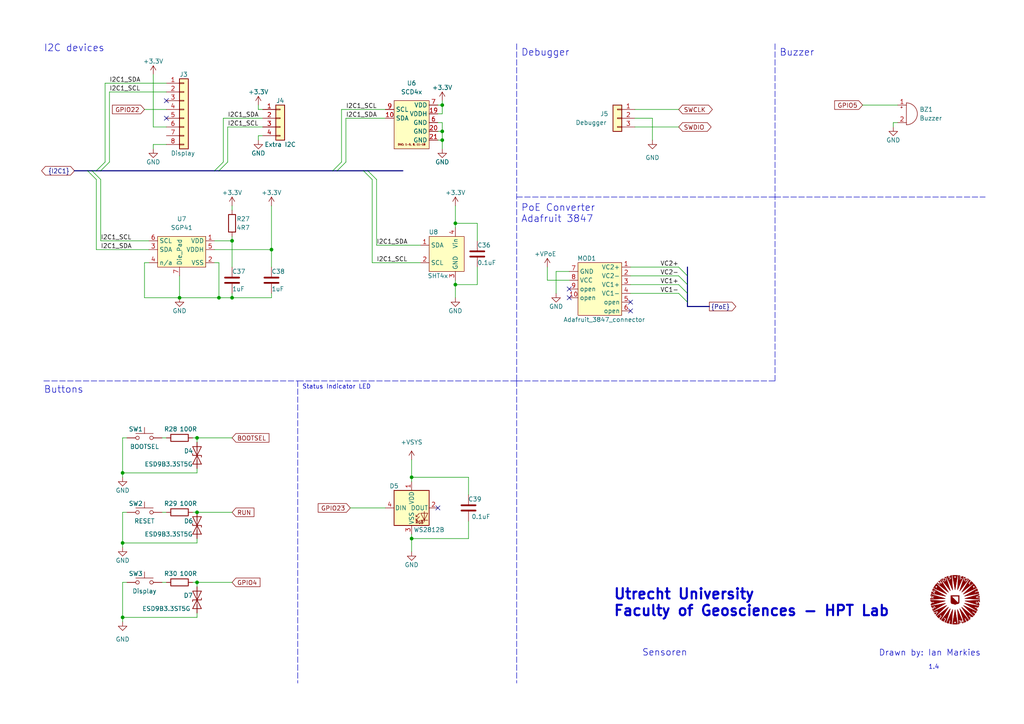
<source format=kicad_sch>
(kicad_sch (version 20211123) (generator eeschema)
  (paper "A4")
  (lib_symbols
    (symbol "Connector_Generic:Conn_01x03" (pin_names (offset 1.016) hide)
      (property "Reference" "J" (at 0 5.08 0))
      (property "Value" "Conn_01x03" (at 0 -5.08 0))
      (symbol "Conn_01x03_1_1"
        (pin passive line (at -5.08 2.54 0) (length 3.81) (name "Pin_1") (number "1"))
        (pin passive line (at -5.08 0 0) (length 3.81) (name "Pin_2") (number "2"))
        (pin passive line (at -5.08 -2.54 0) (length 3.81) (name "Pin_3") (number "3"))
      )
    )
    (symbol "Connector_Generic:Conn_01x04" (pin_names (offset 1.016) hide)
      (property "Reference" "J" (at 0 5.08 0))
      (property "Value" "Conn_01x04" (at 0 -7.62 0))
      (symbol "Conn_01x04_1_1"
        (pin passive line (at -5.08 2.54 0) (length 3.81) (name "Pin_1") (number "1"))
        (pin passive line (at -5.08 0 0) (length 3.81) (name "Pin_2") (number "2"))
        (pin passive line (at -5.08 -2.54 0) (length 3.81) (name "Pin_3") (number "3"))
        (pin passive line (at -5.08 -5.08 0) (length 3.81) (name "Pin_4") (number "4"))
      )
    )
    (symbol "Connector_Generic:Conn_01x08" (pin_names (offset 1.016) hide)
      (property "Reference" "J" (at 0 10.16 0))
      (property "Value" "Conn_01x08" (at 0 -12.7 0))
      (symbol "Conn_01x08_1_1"
        (pin passive line (at -5.08 7.62 0) (length 3.81) (name "Pin_1") (number "1"))
        (pin passive line (at -5.08 5.08 0) (length 3.81) (name "Pin_2") (number "2"))
        (pin passive line (at -5.08 2.54 0) (length 3.81) (name "Pin_3") (number "3"))
        (pin passive line (at -5.08 0 0) (length 3.81) (name "Pin_4") (number "4"))
        (pin passive line (at -5.08 -2.54 0) (length 3.81) (name "Pin_5") (number "5"))
        (pin passive line (at -5.08 -5.08 0) (length 3.81) (name "Pin_6") (number "6"))
        (pin passive line (at -5.08 -7.62 0) (length 3.81) (name "Pin_7") (number "7"))
        (pin passive line (at -5.08 -10.16 0) (length 3.81) (name "Pin_8") (number "8"))
      )
    )
    (symbol "Device:Buzzer" (pin_names (offset 0.0254) hide)
      (property "Reference" "BZ" (at 3.81 1.27 0))
      (property "Value" "Buzzer" (at 3.81 -1.27 0))
      (symbol "Buzzer_1_1"
        (pin passive line (at -2.54 2.54 0) (length 2.54) (name "-") (number "1"))
        (pin passive line (at -2.54 -2.54 0) (length 2.54) (name "+") (number "2"))
      )
    )
    (symbol "Device:C" (pin_numbers hide) (pin_names (offset 0.254))
      (property "Reference" "C" (at 0.635 2.54 0))
      (property "Value" "C" (at 0.635 -2.54 0))
      (symbol "C_1_1"
        (pin passive line (at 0 3.81 270) (length 2.794) (name "~") (number "1"))
        (pin passive line (at 0 -3.81 90) (length 2.794) (name "~") (number "2"))
      )
    )
    (symbol "Device:R" (pin_numbers hide) (pin_names (offset 0))
      (property "Reference" "R" (at 2.032 0 90))
      (property "Value" "R" (at 0 0 90))
      (symbol "R_1_1"
        (pin passive line (at 0 3.81 270) (length 1.27) (name "~") (number "1"))
        (pin passive line (at 0 -3.81 90) (length 1.27) (name "~") (number "2"))
      )
    )
    (symbol "Diode:ESD9B3.3ST5G" (pin_numbers hide) (pin_names (offset 1.016) hide)
      (property "Reference" "D" (at 0 2.54 0))
      (property "Value" "ESD9B3.3ST5G" (at 0 -2.54 0))
      (symbol "ESD9B3.3ST5G_1_1"
        (pin passive line (at -3.81 0 0) (length 2.54) (name "A1") (number "1"))
        (pin passive line (at 3.81 0 180) (length 2.54) (name "A2") (number "2"))
      )
    )
    (symbol "HPT:+VPoE" (power) (in_bom no) (on_board no)
      (property "Value" "+VPoE" (at 0 5.08 0))
      (symbol "+VPoE_1_1"
        (pin power_in line (at 0 0 90) (length 0) hide (name "+VPoE") (number ""))
      )
    )
    (symbol "HPT:+Vsys" (power) (in_bom no) (on_board no)
      (property "Value" "+Vsys" (at 0 3.81 0))
      (symbol "+Vsys_1_1"
        (pin power_in line (at 0 0 90) (length 0) hide (name "+VSYS") (number ""))
      )
    )
    (symbol "HPT:Adafruit_3847_connector"
      (property "Reference" "J" (at -5.08 7.62 0))
      (property "Value" "Adafruit_3847_connector" (at -1.27 -10.16 0))
      (symbol "Adafruit_3847_connector_1_1"
        (pin bidirectional line (at 8.89 5.08 180) (length 2.54) (name "VC2+") (number "1"))
        (pin passive line (at -8.89 -3.81 0) (length 2.54) (name "open") (number "10"))
        (pin bidirectional line (at 8.89 2.54 180) (length 2.54) (name "VC2-") (number "2"))
        (pin bidirectional line (at 8.89 0 180) (length 2.54) (name "VC1+") (number "3"))
        (pin bidirectional line (at 8.89 -2.54 180) (length 2.54) (name "VC1-") (number "4"))
        (pin passive line (at 8.89 -5.08 180) (length 2.54) (name "open") (number "5"))
        (pin passive line (at 8.89 -7.62 180) (length 2.54) (name "open") (number "6"))
        (pin power_out line (at -8.89 3.81 0) (length 2.54) (name "GND") (number "7"))
        (pin power_in line (at -8.89 1.27 0) (length 2.54) (name "VCC") (number "8"))
        (pin passive line (at -8.89 -1.27 0) (length 2.54) (name "open") (number "9"))
      )
    )
    (symbol "HPT:LOGO" (pin_names (offset 1.016)))
    (symbol "HPT:SCD4x"
      (property "Reference" "U" (at -3.81 6.35 0))
      (property "Value" "SCD4x" (at 2.54 -10.16 0))
      (symbol "SCD4x_0_0"
        (text "DNC: 1-5, 8, 11-18" (at 0 -7.62 0) (effects (font (size 0.5 0.5))))
      )
      (symbol "SCD4x_1_1"
        (pin no_connect line (at -7.62 -6.35 0) (length 2.54) hide (name "DNC") (number "1"))
        (pin power_in line (at -7.62 0 0) (length 2.54) (name "SDA") (number "10"))
        (pin no_connect line (at -7.62 -6.35 0) (length 2.54) hide (name "DNC") (number "11"))
        (pin no_connect line (at -7.62 -6.35 0) (length 2.54) hide (name "DNC") (number "12"))
        (pin no_connect line (at -7.62 -6.35 0) (length 2.54) hide (name "DNC") (number "13"))
        (pin no_connect line (at -7.62 -6.35 0) (length 2.54) hide (name "DNC") (number "14"))
        (pin no_connect line (at -7.62 -6.35 0) (length 2.54) hide (name "DNC") (number "15"))
        (pin no_connect line (at -7.62 -6.35 0) (length 2.54) hide (name "DNC") (number "16"))
        (pin no_connect line (at -7.62 -6.35 0) (length 2.54) hide (name "DNC") (number "17"))
        (pin no_connect line (at -7.62 -6.35 0) (length 2.54) hide (name "DNC") (number "18"))
        (pin power_in line (at 7.62 1.27 180) (length 2.54) (name "VDDH") (number "19"))
        (pin no_connect line (at -7.62 -6.35 0) (length 2.54) hide (name "DNC") (number "2"))
        (pin power_in line (at 7.62 -3.81 180) (length 2.54) (name "GND") (number "20"))
        (pin power_in line (at 7.62 -6.35 180) (length 2.54) (name "GND") (number "21"))
        (pin no_connect line (at -7.62 -6.35 0) (length 2.54) hide (name "DNC") (number "3"))
        (pin no_connect line (at -7.62 -6.35 0) (length 2.54) hide (name "DNC") (number "4"))
        (pin no_connect line (at -7.62 -6.35 0) (length 2.54) hide (name "DNC") (number "5"))
        (pin power_in line (at 7.62 -1.27 180) (length 2.54) (name "GND") (number "6"))
        (pin power_in line (at 7.62 3.81 180) (length 2.54) (name "VDD") (number "7"))
        (pin no_connect line (at -7.62 -6.35 0) (length 2.54) hide (name "DNC") (number "8"))
        (pin power_in line (at -7.62 2.54 0) (length 2.54) (name "SCL") (number "9"))
      )
    )
    (symbol "HPT:SGP41"
      (property "Reference" "U" (at -5.08 3.81 0))
      (property "Value" "SGP41" (at 5.08 -7.62 0))
      (symbol "SGP41_1_1"
        (pin power_in line (at 10.16 1.27 180) (length 2.54) (name "VDD") (number "1"))
        (pin power_in line (at 10.16 -5.08 180) (length 2.54) (name "VSS") (number "2"))
        (pin bidirectional line (at -8.89 -1.27 0) (length 2.54) (name "SDA") (number "3"))
        (pin passive line (at -8.89 -5.08 0) (length 2.54) (name "n/a") (number "4"))
        (pin power_in line (at 10.16 -1.27 180) (length 2.54) (name "VDDH") (number "5"))
        (pin bidirectional line (at -8.89 1.27 0) (length 2.54) (name "SCL") (number "6"))
        (pin power_in line (at 0 -8.89 90) (length 2.54) (name "Die_Pad") (number "7"))
      )
    )
    (symbol "HPT:SHT4x"
      (property "Reference" "U" (at 5.08 -6.35 0))
      (property "Value" "SHT4x" (at -2.54 6.35 0))
      (symbol "SHT4x_1_1"
        (pin bidirectional line (at -7.62 2.54 0) (length 2.54) (name "SDA") (number "1"))
        (pin bidirectional line (at -7.62 -2.54 0) (length 2.54) (name "SCL") (number "2"))
        (pin power_in line (at 2.54 -7.62 90) (length 2.54) (name "GND") (number "3"))
        (pin power_in line (at 2.54 7.62 270) (length 2.54) (name "Vin") (number "4"))
      )
    )
    (symbol "LED:WS2812B" (pin_names (offset 0.254))
      (property "Reference" "D" (at 5.08 5.715 0))
      (property "Value" "WS2812B" (at 1.27 -5.715 0))
      (symbol "WS2812B_0_0"
        (text "RGB" (at 2.286 -4.191 0) (effects (font (size 0.762 0.762))))
      )
      (symbol "WS2812B_1_1"
        (pin power_in line (at 0 7.62 270) (length 2.54) (name "VDD") (number "1"))
        (pin output line (at 7.62 0 180) (length 2.54) (name "DOUT") (number "2"))
        (pin power_in line (at 0 -7.62 90) (length 2.54) (name "VSS") (number "3"))
        (pin input line (at -7.62 0 0) (length 2.54) (name "DIN") (number "4"))
      )
    )
    (symbol "Switch:SW_Push" (pin_numbers hide) (pin_names (offset 1.016) hide)
      (property "Reference" "SW" (at 1.27 2.54 0))
      (property "Value" "SW_Push" (at 0 -1.524 0))
      (symbol "SW_Push_0_1"
        (pin passive line (at -5.08 0 0) (length 2.54) (name "1") (number "1"))
        (pin passive line (at 5.08 0 180) (length 2.54) (name "2") (number "2"))
      )
    )
    (symbol "power:+3.3V" (power) (pin_names (offset 0))
      (property "Value" "+3.3V" (at 0 3.556 0))
      (symbol "+3.3V_1_1"
        (pin power_in line (at 0 0 90) (length 0) hide (name "+3.3V") (number "1"))
      )
    )
    (symbol "power:GND" (power) (pin_names (offset 0))
      (property "Value" "GND" (at 0 -3.81 0))
      (symbol "GND_1_1"
        (pin power_in line (at 0 0 270) (length 0) hide (name "GND") (number "1"))
      )
    )
  )
  (bus_alias "PoE" (members "VC1+" "VC1-" "VC2+" "VC2-"))
  (junction (at 35.56 179.07))
  (junction (at 67.31 69.85))
  (junction (at 119.38 138.43))
  (junction (at 132.08 64.77))
  (junction (at 128.27 40.64))
  (junction (at 57.15 148.59))
  (junction (at 128.27 30.48))
  (junction (at 35.56 157.48))
  (junction (at 132.08 82.55))
  (junction (at 78.74 72.39))
  (junction (at 67.31 86.36))
  (junction (at 57.15 127))
  (junction (at 128.27 38.1))
  (junction (at 57.15 168.91))
  (junction (at 52.07 86.36))
  (junction (at 63.5 86.36))
  (junction (at 35.56 137.16))
  (junction (at 119.38 156.21))
  (no_connect (at 127 147.32))
  (no_connect (at 165.1 86.36))
  (no_connect (at 182.88 87.63))
  (no_connect (at 48.26 29.21))
  (no_connect (at 48.26 34.29))
  (no_connect (at 182.88 90.17))
  (no_connect (at 165.1 83.82))
  (bus_entry (at 196.85 85.09) (size 2.54 2.54))
  (bus_entry (at 63.5 49.53) (size 2.54 -2.54))
  (bus_entry (at 62.23 49.53) (size 2.54 -2.54))
  (bus_entry (at 26.67 49.53) (size 2.54 2.54))
  (bus_entry (at 25.4 49.53) (size 2.54 2.54))
  (bus_entry (at 106.68 49.53) (size 2.54 2.54))
  (bus_entry (at 105.41 49.53) (size 2.54 2.54))
  (bus_entry (at 29.21 49.53) (size 2.54 -2.54))
  (bus_entry (at 27.94 49.53) (size 2.54 -2.54))
  (bus_entry (at 199.39 80.01) (size -2.54 -2.54))
  (bus_entry (at 199.39 82.55) (size -2.54 -2.54))
  (bus_entry (at 199.39 85.09) (size -2.54 -2.54))
  (bus_entry (at 96.52 49.53) (size 2.54 -2.54))
  (bus_entry (at 97.79 49.53) (size 2.54 -2.54))
  (bus (pts (xy 199.39 88.9) (xy 205.74 88.9)))
  (bus (pts (xy 29.21 49.53) (xy 62.23 49.53)))
  (wire (pts (xy 76.2 39.37) (xy 74.93 39.37)))
  (wire (pts (xy 107.95 52.07) (xy 107.95 76.2)))
  (wire (pts (xy 63.5 76.2) (xy 63.5 86.36)))
  (wire (pts (xy 74.93 30.48) (xy 74.93 31.75)))
  (wire (pts (xy 107.95 76.2) (xy 121.92 76.2)))
  (wire (pts (xy 48.26 148.59) (xy 46.99 148.59)))
  (bus (pts (xy 105.41 49.53) (xy 106.68 49.53)))
  (wire (pts (xy 27.94 52.07) (xy 27.94 72.39)))
  (wire (pts (xy 36.83 148.59) (xy 35.56 148.59)))
  (wire (pts (xy 100.33 34.29) (xy 111.76 34.29)))
  (wire (pts (xy 41.91 31.75) (xy 48.26 31.75)))
  (bus (pts (xy 21.59 49.53) (xy 25.4 49.53)))
  (wire (pts (xy 35.56 168.91) (xy 35.56 179.07)))
  (wire (pts (xy 184.15 36.83) (xy 196.85 36.83)))
  (bus (pts (xy 26.67 49.53) (xy 27.94 49.53)))
  (bus (pts (xy 199.39 82.55) (xy 199.39 85.09)))
  (wire (pts (xy 63.5 86.36) (xy 67.31 86.36)))
  (wire (pts (xy 127 38.1) (xy 128.27 38.1)))
  (wire (pts (xy 27.94 72.39) (xy 43.18 72.39)))
  (wire (pts (xy 67.31 148.59) (xy 57.15 148.59)))
  (wire (pts (xy 128.27 40.64) (xy 128.27 43.18)))
  (wire (pts (xy 62.23 69.85) (xy 67.31 69.85)))
  (bus (pts (xy 97.79 49.53) (xy 105.41 49.53)))
  (wire (pts (xy 36.83 127) (xy 35.56 127)))
  (wire (pts (xy 128.27 38.1) (xy 128.27 40.64)))
  (wire (pts (xy 119.38 160.02) (xy 119.38 156.21)))
  (wire (pts (xy 138.43 64.77) (xy 138.43 69.85)))
  (wire (pts (xy 48.26 36.83) (xy 44.45 36.83)))
  (wire (pts (xy 259.08 35.56) (xy 259.08 36.83)))
  (wire (pts (xy 119.38 138.43) (xy 135.89 138.43)))
  (wire (pts (xy 128.27 29.21) (xy 128.27 30.48)))
  (wire (pts (xy 35.56 137.16) (xy 35.56 138.43)))
  (wire (pts (xy 158.75 77.47) (xy 158.75 81.28)))
  (bus (pts (xy 106.68 49.53) (xy 116.84 49.53)))
  (wire (pts (xy 132.08 59.69) (xy 132.08 64.77)))
  (bus (pts (xy 97.79 49.53) (xy 96.52 49.53)))
  (bus (pts (xy 25.4 49.53) (xy 26.67 49.53)))
  (polyline (pts (xy 86.36 110.49) (xy 149.86 110.49)))
  (wire (pts (xy 35.56 157.48) (xy 35.56 158.75)))
  (wire (pts (xy 66.04 46.99) (xy 66.04 36.83)))
  (wire (pts (xy 132.08 86.36) (xy 132.08 82.55)))
  (wire (pts (xy 250.19 30.48) (xy 260.35 30.48)))
  (bus (pts (xy 199.39 77.47) (xy 199.39 80.01)))
  (polyline (pts (xy 224.79 57.15) (xy 285.75 57.15)))
  (wire (pts (xy 62.23 72.39) (xy 78.74 72.39)))
  (polyline (pts (xy 149.86 57.15) (xy 224.79 57.15)))
  (wire (pts (xy 182.88 77.47) (xy 196.85 77.47)))
  (wire (pts (xy 101.6 147.32) (xy 111.76 147.32)))
  (wire (pts (xy 29.21 69.85) (xy 29.21 52.07)))
  (wire (pts (xy 35.56 127) (xy 35.56 137.16)))
  (bus (pts (xy 199.39 87.63) (xy 199.39 88.9)))
  (wire (pts (xy 52.07 86.36) (xy 63.5 86.36)))
  (wire (pts (xy 57.15 168.91) (xy 55.88 168.91)))
  (polyline (pts (xy 224.79 110.49) (xy 224.79 57.15)))
  (wire (pts (xy 55.88 148.59) (xy 57.15 148.59)))
  (bus (pts (xy 199.39 80.01) (xy 199.39 82.55)))
  (wire (pts (xy 138.43 82.55) (xy 132.08 82.55)))
  (wire (pts (xy 119.38 156.21) (xy 119.38 154.94)))
  (wire (pts (xy 30.48 24.13) (xy 30.48 46.99)))
  (polyline (pts (xy 12.7 110.49) (xy 86.36 110.49)))
  (wire (pts (xy 46.99 127) (xy 48.26 127)))
  (wire (pts (xy 111.76 31.75) (xy 99.06 31.75)))
  (wire (pts (xy 41.91 76.2) (xy 43.18 76.2)))
  (wire (pts (xy 74.93 39.37) (xy 74.93 40.64)))
  (wire (pts (xy 135.89 151.13) (xy 135.89 156.21)))
  (bus (pts (xy 199.39 85.09) (xy 199.39 87.63)))
  (wire (pts (xy 109.22 71.12) (xy 121.92 71.12)))
  (wire (pts (xy 66.04 36.83) (xy 76.2 36.83)))
  (wire (pts (xy 184.15 31.75) (xy 196.85 31.75)))
  (wire (pts (xy 127 33.02) (xy 128.27 33.02)))
  (wire (pts (xy 52.07 80.01) (xy 52.07 86.36)))
  (wire (pts (xy 119.38 138.43) (xy 119.38 133.35)))
  (wire (pts (xy 161.29 78.74) (xy 161.29 85.09)))
  (wire (pts (xy 57.15 179.07) (xy 35.56 179.07)))
  (wire (pts (xy 67.31 59.69) (xy 67.31 60.96)))
  (wire (pts (xy 57.15 179.07) (xy 57.15 177.8)))
  (wire (pts (xy 36.83 168.91) (xy 35.56 168.91)))
  (wire (pts (xy 44.45 41.91) (xy 44.45 43.18)))
  (wire (pts (xy 132.08 64.77) (xy 138.43 64.77)))
  (wire (pts (xy 189.23 34.29) (xy 189.23 40.64)))
  (wire (pts (xy 31.75 26.67) (xy 48.26 26.67)))
  (wire (pts (xy 57.15 170.18) (xy 57.15 168.91)))
  (wire (pts (xy 67.31 86.36) (xy 67.31 85.09)))
  (bus (pts (xy 63.5 49.53) (xy 96.52 49.53)))
  (wire (pts (xy 127 30.48) (xy 128.27 30.48)))
  (wire (pts (xy 135.89 156.21) (xy 119.38 156.21)))
  (wire (pts (xy 78.74 59.69) (xy 78.74 72.39)))
  (wire (pts (xy 109.22 52.07) (xy 109.22 71.12)))
  (wire (pts (xy 57.15 137.16) (xy 35.56 137.16)))
  (wire (pts (xy 55.88 127) (xy 57.15 127)))
  (wire (pts (xy 41.91 76.2) (xy 41.91 86.36)))
  (wire (pts (xy 62.23 76.2) (xy 63.5 76.2)))
  (wire (pts (xy 138.43 77.47) (xy 138.43 82.55)))
  (bus (pts (xy 27.94 49.53) (xy 29.21 49.53)))
  (wire (pts (xy 119.38 138.43) (xy 119.38 139.7)))
  (wire (pts (xy 127 40.64) (xy 128.27 40.64)))
  (wire (pts (xy 64.77 34.29) (xy 76.2 34.29)))
  (polyline (pts (xy 224.79 12.7) (xy 224.79 57.15)))
  (wire (pts (xy 260.35 35.56) (xy 259.08 35.56)))
  (wire (pts (xy 48.26 41.91) (xy 44.45 41.91)))
  (wire (pts (xy 127 35.56) (xy 128.27 35.56)))
  (wire (pts (xy 57.15 156.21) (xy 57.15 157.48)))
  (wire (pts (xy 67.31 69.85) (xy 67.31 68.58)))
  (wire (pts (xy 135.89 138.43) (xy 135.89 143.51)))
  (wire (pts (xy 100.33 46.99) (xy 100.33 34.29)))
  (wire (pts (xy 35.56 148.59) (xy 35.56 157.48)))
  (wire (pts (xy 165.1 81.28) (xy 158.75 81.28)))
  (bus (pts (xy 62.23 49.53) (xy 63.5 49.53)))
  (wire (pts (xy 182.88 85.09) (xy 196.85 85.09)))
  (wire (pts (xy 182.88 80.01) (xy 196.85 80.01)))
  (wire (pts (xy 30.48 24.13) (xy 48.26 24.13)))
  (wire (pts (xy 132.08 64.77) (xy 132.08 66.04)))
  (wire (pts (xy 67.31 86.36) (xy 78.74 86.36)))
  (wire (pts (xy 57.15 137.16) (xy 57.15 135.89)))
  (wire (pts (xy 182.88 82.55) (xy 196.85 82.55)))
  (wire (pts (xy 31.75 46.99) (xy 31.75 26.67)))
  (wire (pts (xy 67.31 168.91) (xy 57.15 168.91)))
  (wire (pts (xy 128.27 30.48) (xy 128.27 33.02)))
  (wire (pts (xy 67.31 127) (xy 57.15 127)))
  (wire (pts (xy 29.21 69.85) (xy 43.18 69.85)))
  (polyline (pts (xy 149.86 110.49) (xy 149.86 198.12)))
  (wire (pts (xy 184.15 34.29) (xy 189.23 34.29)))
  (wire (pts (xy 44.45 36.83) (xy 44.45 21.59)))
  (wire (pts (xy 99.06 31.75) (xy 99.06 46.99)))
  (wire (pts (xy 78.74 72.39) (xy 78.74 77.47)))
  (wire (pts (xy 57.15 128.27) (xy 57.15 127)))
  (wire (pts (xy 41.91 86.36) (xy 52.07 86.36)))
  (wire (pts (xy 128.27 35.56) (xy 128.27 38.1)))
  (polyline (pts (xy 149.86 110.49) (xy 224.79 110.49)))
  (wire (pts (xy 48.26 168.91) (xy 46.99 168.91)))
  (polyline (pts (xy 86.36 110.49) (xy 86.36 198.12)))
  (wire (pts (xy 132.08 82.55) (xy 132.08 81.28)))
  (wire (pts (xy 35.56 179.07) (xy 35.56 180.34)))
  (wire (pts (xy 74.93 31.75) (xy 76.2 31.75)))
  (wire (pts (xy 78.74 85.09) (xy 78.74 86.36)))
  (wire (pts (xy 165.1 78.74) (xy 161.29 78.74)))
  (polyline (pts (xy 149.86 12.7) (xy 149.86 110.49)))
  (wire (pts (xy 57.15 157.48) (xy 35.56 157.48)))
  (wire (pts (xy 64.77 46.99) (xy 64.77 34.29)))
  (wire (pts (xy 67.31 69.85) (xy 67.31 77.47)))
  (text "PoE Converter\nAdafruit 3847\n" (at 151.13 64.77 0) (effects (font (size 2 2)) (justify left bottom)))
  (text "Drawn by: Ian Markies" (at 284.48 190.5 180) (effects (font (size 1.75 1.75)) (justify right bottom)))
  (text "Status Indicator LED" (at 87.63 113.03 0) (effects (font (size 1.27 1.27)) (justify left bottom)))
  (text "Utrecht University\nFaculty of Geosciences - HPT Lab" (at 177.8 179.07 0) (effects (font (size 3 3) (thickness 0.6) bold) (justify left bottom)))
  (text "1.4\n" (at 269.24 194.31 0) (effects (font (size 1.27 1.27)) (justify left bottom)))
  (text "I2C devices\n" (at 12.7 15.24 0) (effects (font (size 2 2)) (justify left bottom)))
  (text "Buzzer" (at 226.06 16.51 0) (effects (font (size 2 2)) (justify left bottom)))
  (text "Buttons" (at 12.7 114.3 0) (effects (font (size 2 2)) (justify left bottom)))
  (text "Debugger" (at 151.13 16.51 0) (effects (font (size 2 2)) (justify left bottom)))
  (text "Sensoren" (at 199.39 190.5 180) (effects (font (size 1.905 1.905)) (justify right bottom)))
  (label "I2C1_SDA" (at 100.33 34.29 0))
  (label "I2C1_SCL" (at 31.75 26.67 0))
  (label "I2C1_SDA" (at 31.75 24.13 0))
  (label "I2C1_SDA" (at 66.04 34.29 0))
  (label "VC1-" (at 196.85 85.09 180))
  (label "VC2+" (at 196.85 77.47 180))
  (label "I2C1_SCL" (at 100.33 31.75 0))
  (label "VC1+" (at 196.85 82.55 180))
  (label "I2C1_SCL" (at 109.22 76.2 0))
  (label "I2C1_SCL" (at 66.04 36.83 0))
  (label "I2C1_SDA" (at 109.22 71.12 0))
  (label "VC2-" (at 196.85 80.01 180))
  (label "I2C1_SCL" (at 29.21 69.85 0))
  (label "I2C1_SDA" (at 29.21 72.39 0))
  (global_label "BOOTSEL" (shape input) (at 67.31 127 0) (property "Intersheet References" "${INTERSHEET_REFS}" (effects hide)))
  (global_label "GPIO5" (shape input) (at 250.19 30.48 180) (property "Intersheet References" "${INTERSHEET_REFS}" (effects hide)))
  (global_label "{I2C1}" (shape bidirectional) (at 21.59 49.53 180) (property "Intersheet References" "${INTERSHEET_REFS}" (effects hide)))
  (global_label "{PoE}" (shape output) (at 205.74 88.9 0) (property "Intersheet References" "${INTERSHEET_REFS}" (effects hide)))
  (global_label "SWDIO" (shape bidirectional) (at 196.85 36.83 0) (property "Intersheet References" "${INTERSHEET_REFS}" (effects hide)))
  (global_label "SWCLK" (shape bidirectional) (at 196.85 31.75 0) (property "Intersheet References" "${INTERSHEET_REFS}" (effects hide)))
  (global_label "GPIO23" (shape input) (at 101.6 147.32 180) (property "Intersheet References" "${INTERSHEET_REFS}" (effects hide)))
  (global_label "GPIO22" (shape input) (at 41.91 31.75 180) (property "Intersheet References" "${INTERSHEET_REFS}" (effects hide)))
  (global_label "RUN" (shape input) (at 67.31 148.59 0) (property "Intersheet References" "${INTERSHEET_REFS}" (effects hide)))
  (global_label "GPIO4" (shape input) (at 67.31 168.91 0) (property "Intersheet References" "${INTERSHEET_REFS}" (effects hide)))
  (symbol (lib_id "power:GND") (at 44.45 43.18 0) (mirror y) (unit 1)
    (property "Reference" "#PWR046" (effects hide))
    (property "Value" "GND" (at 44.45 46.99 0))
  )
  (symbol (lib_id "power:+3.3V") (at 78.74 59.69 0) (unit 1)
    (property "Reference" "#PWR049" (effects hide))
    (property "Value" "+3.3V" (at 78.74 55.88 0))
  )
  (symbol (lib_id "HPT:Adafruit_3847_connector") (at 173.99 82.55 0) (unit 1)
    (property "Reference" "MOD1" (at 170.18 74.93 0))
    (property "Value" "Adafruit_3847_connector" (at 175.26 92.71 0))
    (property "Footprint" "HPT:Adafruit 3847 connector" (effects hide))
  )
  (symbol (lib_id "Connector_Generic:Conn_01x04") (at 81.28 34.29 0) (unit 1)
    (property "Reference" "J4" (at 81.28 29.21 0))
    (property "Value" "Extra I2C" (at 81.28 41.91 0))
    (property "Footprint" "Connector_Molex:Molex_KK-396_A-41791-0004_1x04_P3.96mm_Vertical" (effects hide))
  )
  (symbol (lib_id "Connector_Generic:Conn_01x03") (at 179.07 34.29 0) (mirror y) (unit 1)
    (property "Reference" "J5" (at 175.26 33.02 0))
    (property "Value" "Debugger" (at 171.45 35.56 0))
    (property "Footprint" "Connector_PinHeader_2.54mm:PinHeader_1x03_P2.54mm_Vertical" (effects hide))
  )
  (symbol (lib_id "Diode:ESD9B3.3ST5G") (at 57.15 132.08 90) (unit 1)
    (property "Reference" "D4" (at 53.34 130.81 90) (effects (justify right)))
    (property "Value" "ESD9B3.3ST5G" (at 41.91 134.62 90) (effects (justify right)))
    (property "Footprint" "Diode_SMD:D_SOD-923" (effects hide))
    (property "Datasheet" "https://www.onsemi.com/pub/Collateral/ESD9B-D.PDF" (effects hide))
  )
  (symbol (lib_id "power:+3.3V") (at 67.31 59.69 0) (unit 1)
    (property "Reference" "#PWR048" (effects hide))
    (property "Value" "+3.3V" (at 67.31 55.88 0))
  )
  (symbol (lib_id "Device:C") (at 135.89 147.32 0) (mirror y) (unit 1)
    (property "Reference" "C39" (at 139.7 144.78 0) (effects (justify left)))
    (property "Value" "0.1uF" (at 142.24 149.86 0) (effects (justify left)))
    (property "Footprint" "Capacitor_SMD:C_0402_1005Metric" (effects hide))
  )
  (symbol (lib_id "power:+3.3V") (at 74.93 30.48 0) (mirror y) (unit 1)
    (property "Reference" "#PWR042" (effects hide))
    (property "Value" "+3.3V" (at 74.93 26.67 0))
  )
  (symbol (lib_id "power:GND") (at 132.08 86.36 0) (unit 1)
    (property "Reference" "#PWR053" (effects hide))
    (property "Value" "GND" (at 132.08 90.17 0))
  )
  (symbol (lib_id "power:GND") (at 161.29 85.09 0) (mirror y) (unit 1)
    (property "Reference" "#PWR051" (effects hide))
    (property "Value" "GND" (at 161.29 88.9 0))
  )
  (symbol (lib_id "power:GND") (at 119.38 160.02 0) (unit 1)
    (property "Reference" "#PWR056" (effects hide))
    (property "Value" "GND" (at 119.38 163.83 0))
  )
  (symbol (lib_id "Switch:SW_Push") (at 41.91 127 0) (unit 1)
    (property "Reference" "SW1" (at 39.37 124.46 0))
    (property "Value" "BOOTSEL" (at 41.91 129.54 0))
    (property "Footprint" "HPT:Switch" (effects hide))
  )
  (symbol (lib_id "HPT:SCD4x") (at 119.38 34.29 0) (unit 1)
    (property "Reference" "U6" (at 119.38 24.13 0))
    (property "Value" "SCD4x" (at 119.38 26.67 0))
    (property "Footprint" "HPT:SDC4x" (effects hide))
  )
  (symbol (lib_id "Device:R") (at 52.07 168.91 90) (unit 1)
    (property "Reference" "R30" (at 49.53 166.37 90))
    (property "Value" "100R" (at 54.61 166.37 90))
    (property "Footprint" "Resistor_SMD:R_0402_1005Metric" (effects hide))
  )
  (symbol (lib_id "Device:R") (at 52.07 127 270) (mirror x) (unit 1)
    (property "Reference" "R28" (at 49.53 124.46 90))
    (property "Value" "100R" (at 54.61 124.46 90))
    (property "Footprint" "Resistor_SMD:R_0402_1005Metric" (effects hide))
  )
  (symbol (lib_id "Switch:SW_Push") (at 41.91 148.59 0) (unit 1)
    (property "Reference" "SW2" (at 39.37 146.05 0))
    (property "Value" "RESET" (at 41.91 151.13 0))
    (property "Footprint" "HPT:Switch" (effects hide))
  )
  (symbol (lib_id "LED:WS2812B") (at 119.38 147.32 0) (unit 1)
    (property "Reference" "D5" (at 114.3 140.97 0))
    (property "Value" "WS2812B" (at 124.46 153.67 0))
    (property "Footprint" "LED_SMD:LED_WS2812B_PLCC4_5.0x5.0mm_P3.2mm" (effects hide))
    (property "Datasheet" "https://cdn-shop.adafruit.com/datasheets/WS2812B.pdf" (effects hide))
  )
  (symbol (lib_id "HPT:LOGO") (at 276.86 173.99 0) (unit 1)
    (property "Reference" "#G4" (effects hide))
    (property "Value" "LOGO" (effects hide))
  )
  (symbol (lib_id "Diode:ESD9B3.3ST5G") (at 57.15 173.99 270) (mirror x) (unit 1)
    (property "Reference" "D7" (at 54.61 172.72 90))
    (property "Value" "ESD9B3.3ST5G" (at 48.26 176.53 90))
    (property "Footprint" "Diode_SMD:D_SOD-923" (effects hide))
    (property "Datasheet" "https://www.onsemi.com/pub/Collateral/ESD9B-D.PDF" (effects hide))
  )
  (symbol (lib_id "HPT:SHT4x") (at 129.54 73.66 0) (unit 1)
    (property "Reference" "U8" (at 125.73 67.31 0))
    (property "Value" "SHT4x" (at 127 80.01 0))
    (property "Footprint" "HPT:SHT4x" (effects hide))
  )
  (symbol (lib_id "power:+3.3V") (at 132.08 59.69 0) (unit 1)
    (property "Reference" "#PWR050" (effects hide))
    (property "Value" "+3.3V" (at 132.08 55.88 0))
  )
  (symbol (lib_id "power:GND") (at 35.56 138.43 0) (unit 1)
    (property "Reference" "#PWR054" (effects hide))
    (property "Value" "GND" (at 35.56 142.24 0))
  )
  (symbol (lib_id "power:GND") (at 35.56 180.34 0) (mirror y) (unit 1)
    (property "Reference" "#PWR057" (effects hide))
    (property "Value" "GND" (at 35.56 185.42 0))
  )
  (symbol (lib_id "power:+3.3V") (at 44.45 21.59 0) (mirror y) (unit 1)
    (property "Reference" "#PWR040" (effects hide))
    (property "Value" "+3.3V" (at 44.45 17.78 0))
  )
  (symbol (lib_id "power:GND") (at 128.27 43.18 0) (unit 1)
    (property "Reference" "#PWR047" (effects hide))
    (property "Value" "GND" (at 128.27 46.99 0))
  )
  (symbol (lib_id "Switch:SW_Push") (at 41.91 168.91 0) (mirror y) (unit 1)
    (property "Reference" "SW3" (at 39.37 166.37 0))
    (property "Value" "Display" (at 41.91 171.45 0))
    (property "Footprint" "Button_Switch_SMD:SW_Push_1P1T_NO_6x6mm_H9.5mm" (effects hide))
  )
  (symbol (lib_id "Connector_Generic:Conn_01x08") (at 53.34 31.75 0) (unit 1)
    (property "Reference" "J3" (at 52.07 21.59 0) (effects (justify left)))
    (property "Value" "Display" (at 49.53 44.45 0) (effects (justify left)))
    (property "Footprint" "Connector_PinHeader_2.54mm:PinHeader_1x08_P2.54mm_Vertical" (effects hide))
  )
  (symbol (lib_id "Device:Buzzer") (at 262.89 33.02 0) (unit 1)
    (property "Reference" "BZ1" (at 266.7 31.7499 0) (effects (justify left)))
    (property "Value" "Buzzer" (at 266.7 34.2899 0) (effects (justify left)))
    (property "Footprint" "Buzzer_Beeper:Buzzer_TDK_PS1240P02BT_D12.2mm_H6.5mm" (effects hide))
  )
  (symbol (lib_id "Device:R") (at 67.31 64.77 0) (unit 1)
    (property "Reference" "R27" (at 68.58 63.5 0) (effects (justify left)))
    (property "Value" "4R7" (at 68.58 66.04 0) (effects (justify left)))
    (property "Footprint" "Resistor_SMD:R_0402_1005Metric" (effects hide))
  )
  (symbol (lib_id "Device:R") (at 52.07 148.59 270) (mirror x) (unit 1)
    (property "Reference" "R29" (at 49.53 146.05 90))
    (property "Value" "100R" (at 54.61 146.05 90))
    (property "Footprint" "Resistor_SMD:R_0402_1005Metric" (effects hide))
  )
  (symbol (lib_id "HPT:+VPoE") (at 158.75 77.47 0) (unit 1) (in_bom no) (on_board no)
    (property "Reference" "#U09" (effects hide))
    (property "Value" "+VPoE" (at 154.94 73.66 0) (effects (justify left)))
  )
  (symbol (lib_id "power:GND") (at 35.56 158.75 0) (unit 1)
    (property "Reference" "#PWR055" (effects hide))
    (property "Value" "GND" (at 35.56 162.56 0))
  )
  (symbol (lib_id "Device:C") (at 67.31 81.28 0) (unit 1)
    (property "Reference" "C37" (at 67.31 78.74 0) (effects (justify left)))
    (property "Value" "1uF" (at 67.31 83.82 0) (effects (justify left)))
    (property "Footprint" "Capacitor_SMD:C_0402_1005Metric" (effects hide))
  )
  (symbol (lib_id "power:GND") (at 259.08 36.83 0) (unit 1)
    (property "Reference" "#PWR043" (effects hide))
    (property "Value" "GND" (at 259.08 40.64 0))
  )
  (symbol (lib_id "power:GND") (at 52.07 86.36 0) (unit 1)
    (property "Reference" "#PWR052" (effects hide))
    (property "Value" "GND" (at 52.07 90.17 0))
  )
  (symbol (lib_id "Device:C") (at 138.43 73.66 0) (mirror x) (unit 1)
    (property "Reference" "C36" (at 138.43 71.12 0) (effects (justify left)))
    (property "Value" "0.1uF" (at 138.43 76.2 0) (effects (justify left)))
    (property "Footprint" "Capacitor_SMD:C_0402_1005Metric" (effects hide))
  )
  (symbol (lib_id "power:GND") (at 74.93 40.64 0) (mirror y) (unit 1)
    (property "Reference" "#PWR044" (effects hide))
    (property "Value" "GND" (at 74.93 44.45 0))
  )
  (symbol (lib_id "Diode:ESD9B3.3ST5G") (at 57.15 152.4 90) (unit 1)
    (property "Reference" "D6" (at 53.34 151.13 90) (effects (justify right)))
    (property "Value" "ESD9B3.3ST5G" (at 41.91 154.94 90) (effects (justify right)))
    (property "Footprint" "Diode_SMD:D_SOD-923" (effects hide))
    (property "Datasheet" "https://www.onsemi.com/pub/Collateral/ESD9B-D.PDF" (effects hide))
  )
  (symbol (lib_id "power:GND") (at 189.23 40.64 0) (unit 1)
    (property "Reference" "#PWR045" (effects hide))
    (property "Value" "GND" (at 189.23 45.72 0))
  )
  (symbol (lib_id "HPT:SGP41") (at 52.07 71.12 0) (unit 1)
    (property "Reference" "U7" (at 52.705 63.5 0))
    (property "Value" "SGP41" (at 52.705 66.04 0))
    (property "Footprint" "HPT:XDCR_SGP41-D-R4" (effects hide))
  )
  (symbol (lib_id "HPT:+Vsys") (at 119.38 133.35 0) (unit 1) (in_bom no) (on_board no)
    (property "Reference" "#PWRSYS01" (effects hide))
    (property "Value" "+Vsys" (at 119.38 128.27 0))
  )
  (symbol (lib_id "power:+3.3V") (at 128.27 29.21 0) (unit 1)
    (property "Reference" "#PWR041" (effects hide))
    (property "Value" "+3.3V" (at 128.27 25.4 0))
  )
  (symbol (lib_id "Device:C") (at 78.74 81.28 0) (unit 1)
    (property "Reference" "C38" (at 78.74 78.74 0) (effects (justify left)))
    (property "Value" "1uF" (at 78.74 83.82 0) (effects (justify left)))
    (property "Footprint" "Capacitor_SMD:C_0402_1005Metric" (effects hide))
  )
)
</source>
